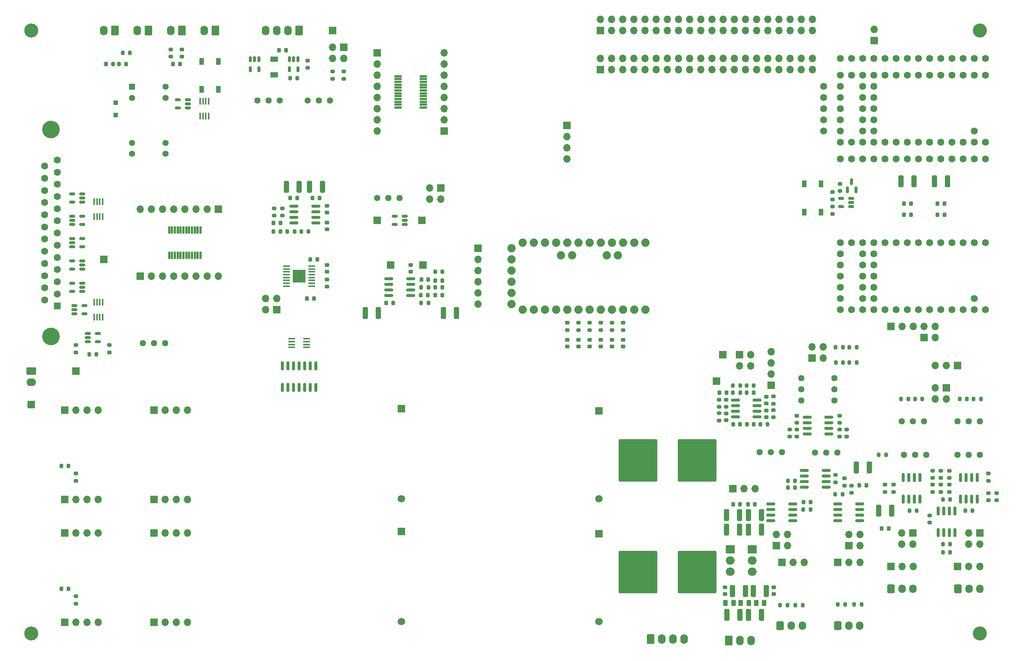
<source format=gbr>
%TF.GenerationSoftware,KiCad,Pcbnew,(6.0.5)*%
%TF.CreationDate,2022-07-10T20:23:42-07:00*%
%TF.ProjectId,main_board,6d61696e-5f62-46f6-9172-642e6b696361,rev?*%
%TF.SameCoordinates,PX5c0c740PYc1c9600*%
%TF.FileFunction,Soldermask,Top*%
%TF.FilePolarity,Negative*%
%FSLAX46Y46*%
G04 Gerber Fmt 4.6, Leading zero omitted, Abs format (unit mm)*
G04 Created by KiCad (PCBNEW (6.0.5)) date 2022-07-10 20:23:42*
%MOMM*%
%LPD*%
G01*
G04 APERTURE LIST*
G04 Aperture macros list*
%AMRoundRect*
0 Rectangle with rounded corners*
0 $1 Rounding radius*
0 $2 $3 $4 $5 $6 $7 $8 $9 X,Y pos of 4 corners*
0 Add a 4 corners polygon primitive as box body*
4,1,4,$2,$3,$4,$5,$6,$7,$8,$9,$2,$3,0*
0 Add four circle primitives for the rounded corners*
1,1,$1+$1,$2,$3*
1,1,$1+$1,$4,$5*
1,1,$1+$1,$6,$7*
1,1,$1+$1,$8,$9*
0 Add four rect primitives between the rounded corners*
20,1,$1+$1,$2,$3,$4,$5,0*
20,1,$1+$1,$4,$5,$6,$7,0*
20,1,$1+$1,$6,$7,$8,$9,0*
20,1,$1+$1,$8,$9,$2,$3,0*%
G04 Aperture macros list end*
%ADD10RoundRect,0.225000X0.250000X-0.225000X0.250000X0.225000X-0.250000X0.225000X-0.250000X-0.225000X0*%
%ADD11C,1.440000*%
%ADD12RoundRect,0.200000X0.200000X0.275000X-0.200000X0.275000X-0.200000X-0.275000X0.200000X-0.275000X0*%
%ADD13RoundRect,0.200000X0.275000X-0.200000X0.275000X0.200000X-0.275000X0.200000X-0.275000X-0.200000X0*%
%ADD14RoundRect,0.250000X-0.325000X-1.100000X0.325000X-1.100000X0.325000X1.100000X-0.325000X1.100000X0*%
%ADD15RoundRect,0.200000X-0.200000X-0.275000X0.200000X-0.275000X0.200000X0.275000X-0.200000X0.275000X0*%
%ADD16RoundRect,0.250000X0.325000X1.100000X-0.325000X1.100000X-0.325000X-1.100000X0.325000X-1.100000X0*%
%ADD17RoundRect,0.200000X-0.275000X0.200000X-0.275000X-0.200000X0.275000X-0.200000X0.275000X0.200000X0*%
%ADD18RoundRect,0.150000X0.512500X0.150000X-0.512500X0.150000X-0.512500X-0.150000X0.512500X-0.150000X0*%
%ADD19RoundRect,0.225000X-0.225000X-0.250000X0.225000X-0.250000X0.225000X0.250000X-0.225000X0.250000X0*%
%ADD20RoundRect,0.150000X-0.825000X-0.150000X0.825000X-0.150000X0.825000X0.150000X-0.825000X0.150000X0*%
%ADD21R,1.700000X1.700000*%
%ADD22O,1.700000X1.700000*%
%ADD23RoundRect,0.150000X0.150000X-0.825000X0.150000X0.825000X-0.150000X0.825000X-0.150000X-0.825000X0*%
%ADD24R,1.400000X1.400000*%
%ADD25C,1.400000*%
%ADD26RoundRect,0.150000X0.825000X0.150000X-0.825000X0.150000X-0.825000X-0.150000X0.825000X-0.150000X0*%
%ADD27R,1.600000X0.300000*%
%ADD28RoundRect,0.100000X0.675000X0.100000X-0.675000X0.100000X-0.675000X-0.100000X0.675000X-0.100000X0*%
%ADD29R,3.000000X3.000000*%
%ADD30RoundRect,0.150000X-0.150000X0.512500X-0.150000X-0.512500X0.150000X-0.512500X0.150000X0.512500X0*%
%ADD31RoundRect,0.218750X-0.218750X-0.256250X0.218750X-0.256250X0.218750X0.256250X-0.218750X0.256250X0*%
%ADD32RoundRect,0.250000X-0.620000X-0.845000X0.620000X-0.845000X0.620000X0.845000X-0.620000X0.845000X0*%
%ADD33O,1.740000X2.190000*%
%ADD34RoundRect,0.150000X-0.150000X0.825000X-0.150000X-0.825000X0.150000X-0.825000X0.150000X0.825000X0*%
%ADD35RoundRect,0.225000X0.225000X0.250000X-0.225000X0.250000X-0.225000X-0.250000X0.225000X-0.250000X0*%
%ADD36RoundRect,0.150000X-0.512500X-0.150000X0.512500X-0.150000X0.512500X0.150000X-0.512500X0.150000X0*%
%ADD37R,1.100000X1.100000*%
%ADD38RoundRect,0.020500X-0.764500X-0.184500X0.764500X-0.184500X0.764500X0.184500X-0.764500X0.184500X0*%
%ADD39RoundRect,0.225000X-0.250000X0.225000X-0.250000X-0.225000X0.250000X-0.225000X0.250000X0.225000X0*%
%ADD40C,1.700000*%
%ADD41RoundRect,0.218750X0.256250X-0.218750X0.256250X0.218750X-0.256250X0.218750X-0.256250X-0.218750X0*%
%ADD42C,1.600000*%
%ADD43R,1.600000X1.600000*%
%ADD44C,4.000000*%
%ADD45C,1.879600*%
%ADD46RoundRect,0.250000X0.620000X0.845000X-0.620000X0.845000X-0.620000X-0.845000X0.620000X-0.845000X0*%
%ADD47RoundRect,0.249999X4.150001X4.550001X-4.150001X4.550001X-4.150001X-4.550001X4.150001X-4.550001X0*%
%ADD48C,3.200000*%
%ADD49R,2.000000X1.905000*%
%ADD50O,2.000000X1.905000*%
%ADD51RoundRect,0.150000X0.150000X-0.587500X0.150000X0.587500X-0.150000X0.587500X-0.150000X-0.587500X0*%
%ADD52R,0.300000X1.600000*%
%ADD53RoundRect,0.250000X-0.262500X-0.450000X0.262500X-0.450000X0.262500X0.450000X-0.262500X0.450000X0*%
%ADD54R,1.700000X1.300000*%
%ADD55RoundRect,0.250000X-0.600000X-0.725000X0.600000X-0.725000X0.600000X0.725000X-0.600000X0.725000X0*%
%ADD56O,1.700000X1.950000*%
%ADD57RoundRect,0.250000X0.262500X0.450000X-0.262500X0.450000X-0.262500X-0.450000X0.262500X-0.450000X0*%
%ADD58RoundRect,0.250000X-0.845000X0.620000X-0.845000X-0.620000X0.845000X-0.620000X0.845000X0.620000X0*%
%ADD59O,2.190000X1.740000*%
%ADD60RoundRect,0.020500X-0.184500X0.764500X-0.184500X-0.764500X0.184500X-0.764500X0.184500X0.764500X0*%
%ADD61R,1.000000X1.600000*%
G04 APERTURE END LIST*
D10*
%TO.C,C34*%
X158105000Y48490000D03*
X158105000Y50040000D03*
%TD*%
D11*
%TO.C,InputB_Gain1*%
X182778400Y52980000D03*
X182778400Y55520000D03*
X182778400Y58060000D03*
%TD*%
D12*
%TO.C,R53*%
X8445000Y10160000D03*
X6795000Y10160000D03*
%TD*%
D13*
%TO.C,R57*%
X156505000Y48440000D03*
X156505000Y50090000D03*
%TD*%
D12*
%TO.C,R5*%
X173799000Y34692000D03*
X172149000Y34692000D03*
%TD*%
D14*
%TO.C,C20*%
X187755000Y37740000D03*
X190705000Y37740000D03*
%TD*%
D15*
%TO.C,R34*%
X212535000Y27940000D03*
X214185000Y27940000D03*
%TD*%
D13*
%TO.C,R63*%
X134640000Y69025000D03*
X134640000Y70675000D03*
%TD*%
D11*
%TO.C,GalvoB_Gain1*%
X198618000Y40640000D03*
X201158000Y40640000D03*
X203698000Y40640000D03*
%TD*%
D16*
%TO.C,C26*%
X78945000Y72898000D03*
X75995000Y72898000D03*
%TD*%
D12*
%TO.C,R78*%
X172055000Y6400000D03*
X170405000Y6400000D03*
%TD*%
D13*
%TO.C,R59*%
X156505000Y51540000D03*
X156505000Y53190000D03*
%TD*%
D17*
%TO.C,R14*%
X174180000Y49525000D03*
X174180000Y47875000D03*
%TD*%
D18*
%TO.C,U26*%
X35630700Y119496800D03*
X35630700Y120446800D03*
X35630700Y121396800D03*
X33355700Y121396800D03*
X33355700Y119496800D03*
%TD*%
D19*
%TO.C,C39*%
X159730000Y47565000D03*
X161280000Y47565000D03*
%TD*%
D20*
%TO.C,U7*%
X176570006Y49170000D03*
X176570006Y47900000D03*
X176570006Y46630000D03*
X176570006Y45360000D03*
X181520006Y45360000D03*
X181520006Y46630000D03*
X181520006Y47900000D03*
X181520006Y49170000D03*
%TD*%
D16*
%TO.C,C28*%
X161255000Y4200000D03*
X158305000Y4200000D03*
%TD*%
D15*
%TO.C,R51*%
X186155000Y61616000D03*
X187805000Y61616000D03*
%TD*%
D17*
%TO.C,R28*%
X194310000Y33845000D03*
X194310000Y32195000D03*
%TD*%
D21*
%TO.C,TP11*%
X157380000Y63400000D03*
%TD*%
%TO.C,J3*%
X129540000Y128265000D03*
D22*
X129540000Y130805000D03*
X132080000Y128265000D03*
X132080000Y130805000D03*
X134620000Y128265000D03*
X134620000Y130805000D03*
X137160000Y128265000D03*
X137160000Y130805000D03*
X139700000Y128265000D03*
X139700000Y130805000D03*
X142240000Y128265000D03*
X142240000Y130805000D03*
X144780000Y128265000D03*
X144780000Y130805000D03*
X147320000Y128265000D03*
X147320000Y130805000D03*
X149860000Y128265000D03*
X149860000Y130805000D03*
X152400000Y128265000D03*
X152400000Y130805000D03*
X154940000Y128265000D03*
X154940000Y130805000D03*
X157480000Y128265000D03*
X157480000Y130805000D03*
X160020000Y128265000D03*
X160020000Y130805000D03*
X162560000Y128265000D03*
X162560000Y130805000D03*
X165100000Y128265000D03*
X165100000Y130805000D03*
X167640000Y128265000D03*
X167640000Y130805000D03*
X170180000Y128265000D03*
X170180000Y130805000D03*
X172720000Y128265000D03*
X172720000Y130805000D03*
X175260000Y128265000D03*
X175260000Y130805000D03*
X177800000Y128265000D03*
X177800000Y130805000D03*
%TD*%
D21*
%TO.C,TP2*%
X78740000Y93980000D03*
%TD*%
D15*
%TO.C,R71*%
X61405000Y91440000D03*
X63055000Y91440000D03*
%TD*%
D21*
%TO.C,J20*%
X210820000Y60960000D03*
D22*
X208280000Y60960000D03*
X205740000Y60960000D03*
%TD*%
D23*
%TO.C,U15*%
X57150000Y55945000D03*
X58420000Y55945000D03*
X59690000Y55945000D03*
X60960000Y55945000D03*
X62230000Y55945000D03*
X63500000Y55945000D03*
X64770000Y55945000D03*
X64770000Y60895000D03*
X63500000Y60895000D03*
X62230000Y60895000D03*
X60960000Y60895000D03*
X59690000Y60895000D03*
X58420000Y60895000D03*
X57150000Y60895000D03*
%TD*%
D15*
%TO.C,R35*%
X207455000Y30480000D03*
X209105000Y30480000D03*
%TD*%
D21*
%TO.C,J21*%
X208280000Y55880000D03*
D22*
X208280000Y53340000D03*
X205740000Y55880000D03*
X205740000Y53340000D03*
%TD*%
D14*
%TO.C,C27*%
X93775000Y72898000D03*
X96725000Y72898000D03*
%TD*%
D21*
%TO.C,TP12*%
X155956000Y57404000D03*
%TD*%
D24*
%TO.C,K1*%
X22870000Y124400000D03*
D25*
X22870000Y121860000D03*
X22870000Y111600000D03*
X22870000Y109160000D03*
X30490000Y109160000D03*
X30490000Y111600000D03*
X30490000Y121860000D03*
X30490000Y124400000D03*
%TD*%
D11*
%TO.C,GalvoA_Offset1*%
X210820000Y48260000D03*
X213360000Y48260000D03*
X215900000Y48260000D03*
%TD*%
D15*
%TO.C,R16*%
X211265000Y53340000D03*
X212915000Y53340000D03*
%TD*%
D26*
%TO.C,U14*%
X86295000Y76833430D03*
X86295000Y78103430D03*
X86295000Y79373430D03*
X86295000Y80643430D03*
X81345000Y80643430D03*
X81345000Y79373430D03*
X81345000Y78103430D03*
X81345000Y76833430D03*
%TD*%
D19*
%TO.C,C12*%
X198615000Y95250000D03*
X200165000Y95250000D03*
%TD*%
D21*
%TO.C,J23*%
X200660000Y22860000D03*
D22*
X200660000Y20320000D03*
X198120000Y22860000D03*
X198120000Y20320000D03*
%TD*%
D21*
%TO.C,J42*%
X24765000Y81280000D03*
D22*
X27305000Y81280000D03*
X29845000Y81280000D03*
X32385000Y81280000D03*
X34925000Y81280000D03*
X37465000Y81280000D03*
X40005000Y81280000D03*
X42545000Y81280000D03*
%TD*%
D15*
%TO.C,R39*%
X91885000Y82296000D03*
X93535000Y82296000D03*
%TD*%
D27*
%TO.C,U18*%
X62660000Y65065000D03*
X62660000Y65715000D03*
X62660000Y66365000D03*
X62660000Y67015000D03*
X59260000Y67015000D03*
X59260000Y66365000D03*
X59260000Y65715000D03*
X59260000Y65065000D03*
%TD*%
D21*
%TO.C,J22*%
X159655000Y32900000D03*
D22*
X162195000Y32900000D03*
X164735000Y32900000D03*
%TD*%
D21*
%TO.C,J24*%
X215900000Y22860000D03*
D22*
X215900000Y20320000D03*
X213360000Y22860000D03*
X213360000Y20320000D03*
%TD*%
D15*
%TO.C,R79*%
X19940000Y129500000D03*
X21590000Y129500000D03*
%TD*%
D28*
%TO.C,U27*%
X63835000Y79005000D03*
X63835000Y79655000D03*
X63835000Y80305000D03*
X63835000Y80955000D03*
X63835000Y81605000D03*
X63835000Y82255000D03*
X63835000Y82905000D03*
X63835000Y83555000D03*
X58085000Y83555000D03*
X58085000Y82905000D03*
X58085000Y82255000D03*
X58085000Y81605000D03*
X58085000Y80955000D03*
X58085000Y80305000D03*
X58085000Y79655000D03*
X58085000Y79005000D03*
D29*
X60960000Y81280000D03*
%TD*%
D17*
%TO.C,R55*%
X168905000Y53890000D03*
X168905000Y52240000D03*
%TD*%
D16*
%TO.C,C18*%
X167255000Y9600000D03*
X164305000Y9600000D03*
%TD*%
D11*
%TO.C,Cam_Input1*%
X51425000Y121245000D03*
X53965000Y121245000D03*
X56505000Y121245000D03*
%TD*%
D30*
%TO.C,U9*%
X60640000Y130637500D03*
X59690000Y130637500D03*
X58740000Y130637500D03*
X58740000Y128362500D03*
X60640000Y128362500D03*
%TD*%
D31*
%TO.C,D10*%
X32232500Y129500000D03*
X33807500Y129500000D03*
%TD*%
D13*
%TO.C,R44*%
X132100000Y69025000D03*
X132100000Y70675000D03*
%TD*%
D32*
%TO.C,J31*%
X140970000Y-1290000D03*
D33*
X143510000Y-1290000D03*
X146050000Y-1290000D03*
X148590000Y-1290000D03*
%TD*%
D34*
%TO.C,U5*%
X210185000Y27875000D03*
X208915000Y27875000D03*
X207645000Y27875000D03*
X206375000Y27875000D03*
X206375000Y22925000D03*
X207645000Y22925000D03*
X208915000Y22925000D03*
X210185000Y22925000D03*
%TD*%
D11*
%TO.C,Cam_Output1*%
X62855000Y121245000D03*
X65395000Y121245000D03*
X67935000Y121245000D03*
%TD*%
%TO.C,InputA_Gain1*%
X175260000Y52980000D03*
X175260000Y55520000D03*
X175260000Y58060000D03*
%TD*%
D21*
%TO.C,J27*%
X129540000Y137160000D03*
D22*
X129540000Y139700000D03*
X132080000Y137160000D03*
X132080000Y139700000D03*
X134620000Y137160000D03*
X134620000Y139700000D03*
X137160000Y137160000D03*
X137160000Y139700000D03*
X139700000Y137160000D03*
X139700000Y139700000D03*
X142240000Y137160000D03*
X142240000Y139700000D03*
X144780000Y137160000D03*
X144780000Y139700000D03*
X147320000Y137160000D03*
X147320000Y139700000D03*
X149860000Y137160000D03*
X149860000Y139700000D03*
X152400000Y137160000D03*
X152400000Y139700000D03*
X154940000Y137160000D03*
X154940000Y139700000D03*
X157480000Y137160000D03*
X157480000Y139700000D03*
X160020000Y137160000D03*
X160020000Y139700000D03*
X162560000Y137160000D03*
X162560000Y139700000D03*
X165100000Y137160000D03*
X165100000Y139700000D03*
X167640000Y137160000D03*
X167640000Y139700000D03*
X170180000Y137160000D03*
X170180000Y139700000D03*
X172720000Y137160000D03*
X172720000Y139700000D03*
X175260000Y137160000D03*
X175260000Y139700000D03*
X177800000Y137160000D03*
X177800000Y139700000D03*
%TD*%
D21*
%TO.C,TP5*%
X89154000Y83820000D03*
%TD*%
%TO.C,J14*%
X170845000Y16150000D03*
D22*
X173385000Y16150000D03*
X175925000Y16150000D03*
%TD*%
D17*
%TO.C,R61*%
X158105000Y53190000D03*
X158105000Y51540000D03*
%TD*%
D35*
%TO.C,C2*%
X161255000Y29400000D03*
X159705000Y29400000D03*
%TD*%
D21*
%TO.C,J43*%
X27940000Y50800000D03*
D22*
X30480000Y50800000D03*
X33020000Y50800000D03*
X35560000Y50800000D03*
%TD*%
D35*
%TO.C,C38*%
X65050000Y85090000D03*
X63500000Y85090000D03*
%TD*%
D11*
%TO.C,GalvoB_Offset1*%
X198120000Y48260000D03*
X200660000Y48260000D03*
X203200000Y48260000D03*
%TD*%
D36*
%TO.C,U32*%
X9276500Y89850000D03*
X9276500Y88900000D03*
X9276500Y87950000D03*
X11551500Y87950000D03*
X11551500Y89850000D03*
%TD*%
D19*
%TO.C,C6*%
X88760991Y80518000D03*
X90310991Y80518000D03*
%TD*%
D13*
%TO.C,R11*%
X185580000Y44775000D03*
X185580000Y46425000D03*
%TD*%
D17*
%TO.C,R82*%
X57150000Y96710000D03*
X57150000Y95060000D03*
%TD*%
D15*
%TO.C,R50*%
X183071000Y61616000D03*
X184721000Y61616000D03*
%TD*%
D37*
%TO.C,D6*%
X19151600Y120729200D03*
X19151600Y117929200D03*
%TD*%
D21*
%TO.C,J13*%
X161130000Y63440000D03*
D22*
X163670000Y63440000D03*
X161130000Y60900000D03*
X163670000Y60900000D03*
%TD*%
D32*
%TO.C,J8*%
X158750000Y-1600000D03*
D33*
X161290000Y-1600000D03*
X163830000Y-1600000D03*
%TD*%
D17*
%TO.C,R32*%
X204470000Y26860000D03*
X204470000Y25210000D03*
%TD*%
D20*
%TO.C,U2*%
X168315006Y29485000D03*
X168315006Y28215000D03*
X168315006Y26945000D03*
X168315006Y25675000D03*
X173265006Y25675000D03*
X173265006Y26945000D03*
X173265006Y28215000D03*
X173265006Y29485000D03*
%TD*%
D38*
%TO.C,U24*%
X83490000Y126765000D03*
X83490000Y126115000D03*
X83490000Y125465000D03*
X83490000Y124815000D03*
X83490000Y124165000D03*
X83490000Y123515000D03*
X83490000Y122865000D03*
X83490000Y122215000D03*
X83490000Y121565000D03*
X83490000Y120915000D03*
X83490000Y120265000D03*
X83490000Y119615000D03*
X89230000Y119615000D03*
X89230000Y120265000D03*
X89230000Y120915000D03*
X89230000Y121565000D03*
X89230000Y122215000D03*
X89230000Y122865000D03*
X89230000Y123515000D03*
X89230000Y124165000D03*
X89230000Y124815000D03*
X89230000Y125465000D03*
X89230000Y126115000D03*
X89230000Y126765000D03*
%TD*%
D12*
%TO.C,R62*%
X164430000Y54765000D03*
X162780000Y54765000D03*
%TD*%
D19*
%TO.C,C10*%
X206235000Y97790000D03*
X207785000Y97790000D03*
%TD*%
D39*
%TO.C,C30*%
X167305000Y53840000D03*
X167305000Y52290000D03*
%TD*%
D14*
%TO.C,C14*%
X197915000Y102870000D03*
X200865000Y102870000D03*
%TD*%
D40*
%TO.C,DC1*%
X129180000Y30640000D03*
D21*
X129180000Y50640000D03*
X84180000Y51140000D03*
D40*
X84180000Y30640000D03*
%TD*%
D20*
%TO.C,U30*%
X160230000Y53070000D03*
X160230000Y51800000D03*
X160230000Y50530000D03*
X160230000Y49260000D03*
X165180000Y49260000D03*
X165180000Y50530000D03*
X165180000Y51800000D03*
X165180000Y53070000D03*
%TD*%
D35*
%TO.C,C42*%
X158180000Y54765000D03*
X156630000Y54765000D03*
%TD*%
D20*
%TO.C,U3*%
X183555006Y29485000D03*
X183555006Y28215000D03*
X183555006Y26945000D03*
X183555006Y25675000D03*
X188505006Y25675000D03*
X188505006Y26945000D03*
X188505006Y28215000D03*
X188505006Y29485000D03*
%TD*%
D13*
%TO.C,R92*%
X182372000Y98743000D03*
X182372000Y100393000D03*
%TD*%
D41*
%TO.C,D3*%
X121940000Y65252500D03*
X121940000Y66827500D03*
%TD*%
D19*
%TO.C,C5*%
X91935000Y80264000D03*
X93485000Y80264000D03*
%TD*%
D21*
%TO.C,J26*%
X195595000Y15240000D03*
D22*
X198135000Y15240000D03*
X200675000Y15240000D03*
%TD*%
D12*
%TO.C,R18*%
X202755000Y53340000D03*
X201105000Y53340000D03*
%TD*%
D13*
%TO.C,R52*%
X10160000Y6795000D03*
X10160000Y8445000D03*
%TD*%
D10*
%TO.C,C40*%
X67310000Y95745000D03*
X67310000Y97295000D03*
%TD*%
D35*
%TO.C,C35*%
X164380000Y47565000D03*
X162830000Y47565000D03*
%TD*%
D36*
%TO.C,U28*%
X12832500Y68260000D03*
X12832500Y67310000D03*
X12832500Y66360000D03*
X15107500Y66360000D03*
X15107500Y68260000D03*
%TD*%
D12*
%TO.C,R43*%
X90233000Y76962000D03*
X88583000Y76962000D03*
%TD*%
D18*
%TO.C,U34*%
X11551500Y77790000D03*
X11551500Y78740000D03*
X11551500Y79690000D03*
X9276500Y79690000D03*
X9276500Y77790000D03*
%TD*%
D21*
%TO.C,J33*%
X55885000Y73660000D03*
D22*
X53345000Y73660000D03*
X55885000Y76200000D03*
X53345000Y76200000D03*
%TD*%
D17*
%TO.C,R22*%
X207010000Y37020000D03*
X207010000Y35370000D03*
%TD*%
D10*
%TO.C,C33*%
X67310000Y82250000D03*
X67310000Y83800000D03*
%TD*%
D12*
%TO.C,R49*%
X184705000Y65100000D03*
X183055000Y65100000D03*
%TD*%
D42*
%TO.C,J30*%
X3015531Y106314400D03*
X3015531Y103544400D03*
X3015531Y100774400D03*
X3015531Y98004400D03*
X3015531Y95234400D03*
X3015531Y92464400D03*
X3015531Y89694400D03*
X3015531Y86924400D03*
X3015531Y84154400D03*
X3015531Y81384400D03*
X3015531Y78614400D03*
X3015531Y75844400D03*
X5855531Y107699400D03*
X5855531Y104929400D03*
X5855531Y102159400D03*
X5855531Y99389400D03*
X5855531Y96619400D03*
X5855531Y93849400D03*
X5855531Y91079400D03*
X5855531Y88309400D03*
X5855531Y85539400D03*
X5855531Y82769400D03*
X5855531Y79999400D03*
X5855531Y77229400D03*
D43*
X5855531Y74459400D03*
D44*
X4435531Y114629400D03*
X4435531Y67529400D03*
%TD*%
D45*
%TO.C,U16*%
X109240000Y87630000D03*
X109240000Y85090000D03*
X109240000Y82550000D03*
X109240000Y80010000D03*
X109240000Y77470000D03*
X109240000Y74930000D03*
X123083000Y85979000D03*
X120543000Y85979000D03*
X133497000Y85979000D03*
X130957000Y85979000D03*
X111780000Y88900000D03*
X114320000Y88900000D03*
X116860000Y88900000D03*
X119400000Y88900000D03*
X121940000Y88900000D03*
X124480000Y88900000D03*
X127020000Y88900000D03*
X129560000Y88900000D03*
X132100000Y88900000D03*
X134640000Y88900000D03*
X137180000Y88900000D03*
X139720000Y88900000D03*
X139720000Y73660000D03*
X137180000Y73660000D03*
X134640000Y73660000D03*
X132100000Y73660000D03*
X129560000Y73660000D03*
X127020000Y73660000D03*
X124480000Y73660000D03*
X121940000Y73660000D03*
X119400000Y73660000D03*
X116860000Y73660000D03*
X114320000Y73660000D03*
X111780000Y73660000D03*
%TD*%
D15*
%TO.C,R37*%
X207455000Y20320000D03*
X209105000Y20320000D03*
%TD*%
D21*
%TO.C,J44*%
X27940000Y22860000D03*
D22*
X30480000Y22860000D03*
X33020000Y22860000D03*
X35560000Y22860000D03*
%TD*%
D46*
%TO.C,J36*%
X26670000Y137120000D03*
D33*
X24130000Y137120000D03*
%TD*%
D39*
%TO.C,C41*%
X167305000Y50740000D03*
X167305000Y49190000D03*
%TD*%
D18*
%TO.C,U33*%
X11551500Y98110000D03*
X11551500Y99060000D03*
X11551500Y100010000D03*
X9276500Y100010000D03*
X9276500Y98110000D03*
%TD*%
D47*
%TO.C,C22*%
X151530000Y39370000D03*
X138030000Y39370000D03*
%TD*%
D21*
%TO.C,J5*%
X203200000Y67310000D03*
D22*
X203200000Y69850000D03*
X205740000Y67310000D03*
X205740000Y69850000D03*
%TD*%
D17*
%TO.C,R68*%
X17780000Y65595000D03*
X17780000Y63945000D03*
%TD*%
%TO.C,R30*%
X205105000Y33845000D03*
X205105000Y32195000D03*
%TD*%
D35*
%TO.C,C37*%
X64275000Y76200000D03*
X62725000Y76200000D03*
%TD*%
D19*
%TO.C,C13*%
X206235000Y95250000D03*
X207785000Y95250000D03*
%TD*%
D10*
%TO.C,C32*%
X67310000Y78935000D03*
X67310000Y80485000D03*
%TD*%
D21*
%TO.C,J18*%
X177705000Y62625000D03*
D22*
X177705000Y65165000D03*
X180245000Y62625000D03*
X180245000Y65165000D03*
%TD*%
D17*
%TO.C,R13*%
X183980000Y49525000D03*
X183980000Y47875000D03*
%TD*%
D48*
%TO.C,H4*%
X0Y137160000D03*
%TD*%
D13*
%TO.C,R74*%
X10160000Y34735000D03*
X10160000Y36385000D03*
%TD*%
D21*
%TO.C,J47*%
X7620000Y30480000D03*
D22*
X10160000Y30480000D03*
X12700000Y30480000D03*
X15240000Y30480000D03*
%TD*%
D19*
%TO.C,C31*%
X56375000Y132675000D03*
X57925000Y132675000D03*
%TD*%
D12*
%TO.C,R60*%
X167530000Y47565000D03*
X165880000Y47565000D03*
%TD*%
D40*
%TO.C,DC2*%
X129180000Y2700000D03*
D21*
X129180000Y22700000D03*
X84180000Y23200000D03*
D40*
X84180000Y2700000D03*
%TD*%
D30*
%TO.C,U8*%
X51750000Y130637500D03*
X50800000Y130637500D03*
X49850000Y130637500D03*
X49850000Y128362500D03*
X51750000Y128362500D03*
%TD*%
D26*
%TO.C,U29*%
X64705000Y93345000D03*
X64705000Y94615000D03*
X64705000Y95885000D03*
X64705000Y97155000D03*
X59755000Y97155000D03*
X59755000Y95885000D03*
X59755000Y94615000D03*
X59755000Y93345000D03*
%TD*%
D15*
%TO.C,R75*%
X159680000Y54765000D03*
X161330000Y54765000D03*
%TD*%
D19*
%TO.C,C23*%
X80759000Y75184000D03*
X82309000Y75184000D03*
%TD*%
D47*
%TO.C,C25*%
X151530000Y13970000D03*
X138030000Y13970000D03*
%TD*%
D21*
%TO.C,J25*%
X210820000Y15240000D03*
D22*
X213360000Y15240000D03*
X215900000Y15240000D03*
%TD*%
D49*
%TO.C,U25*%
X159035000Y19140000D03*
D50*
X159035000Y16600000D03*
X159035000Y14060000D03*
%TD*%
D41*
%TO.C,D4*%
X127020000Y65252500D03*
X127020000Y66827500D03*
%TD*%
D15*
%TO.C,R36*%
X199835000Y27940000D03*
X201485000Y27940000D03*
%TD*%
D21*
%TO.C,J6*%
X195595000Y69850000D03*
D22*
X198135000Y69850000D03*
X200675000Y69850000D03*
%TD*%
D13*
%TO.C,R8*%
X183007000Y34375000D03*
X183007000Y36025000D03*
%TD*%
%TO.C,R46*%
X127020000Y69025000D03*
X127020000Y70675000D03*
%TD*%
D17*
%TO.C,R88*%
X31750000Y132865000D03*
X31750000Y131215000D03*
%TD*%
D19*
%TO.C,C8*%
X188455000Y33679988D03*
X190005000Y33679988D03*
%TD*%
D51*
%TO.C,Q1*%
X185740000Y100916500D03*
X187640000Y100916500D03*
X186690000Y102791500D03*
%TD*%
D48*
%TO.C,H3*%
X215900000Y137160000D03*
%TD*%
D41*
%TO.C,D2*%
X129560000Y65252500D03*
X129560000Y66827500D03*
%TD*%
D21*
%TO.C,J15*%
X183530000Y16150000D03*
D22*
X186070000Y16150000D03*
X188610000Y16150000D03*
%TD*%
D21*
%TO.C,TP6*%
X0Y52070000D03*
%TD*%
D52*
%TO.C,U20*%
X14265000Y71960000D03*
X14915000Y71960000D03*
X15565000Y71960000D03*
X16215000Y71960000D03*
X16215000Y75360000D03*
X15565000Y75360000D03*
X14915000Y75360000D03*
X14265000Y75360000D03*
%TD*%
D17*
%TO.C,R31*%
X205105000Y37020000D03*
X205105000Y35370000D03*
%TD*%
D21*
%TO.C,J29*%
X27940000Y30480000D03*
D22*
X30480000Y30480000D03*
X33020000Y30480000D03*
X35560000Y30480000D03*
%TD*%
D35*
%TO.C,C1*%
X164655000Y29400000D03*
X163105000Y29400000D03*
%TD*%
D21*
%TO.C,J12*%
X168380000Y56500000D03*
D22*
X168380000Y59040000D03*
X168380000Y61580000D03*
X168380000Y64120000D03*
%TD*%
D17*
%TO.C,R10*%
X172580000Y46425000D03*
X172580000Y44775000D03*
%TD*%
D21*
%TO.C,J40*%
X93980000Y114300000D03*
D22*
X93980000Y116840000D03*
X93980000Y119380000D03*
X93980000Y121920000D03*
X93980000Y124460000D03*
X93980000Y127000000D03*
X93980000Y129540000D03*
X93980000Y132080000D03*
%TD*%
D21*
%TO.C,J45*%
X7620000Y50800000D03*
D22*
X10160000Y50800000D03*
X12700000Y50800000D03*
X15240000Y50800000D03*
%TD*%
D11*
%TO.C,InputB_offset1*%
X183398000Y41169000D03*
X180858000Y41169000D03*
X178318000Y41169000D03*
%TD*%
D21*
%TO.C,TP7*%
X10160000Y59690000D03*
%TD*%
D13*
%TO.C,R66*%
X10160000Y63945000D03*
X10160000Y65595000D03*
%TD*%
%TO.C,R12*%
X183980000Y44775000D03*
X183980000Y46425000D03*
%TD*%
D15*
%TO.C,R1*%
X172149000Y33168000D03*
X173799000Y33168000D03*
%TD*%
D41*
%TO.C,D7*%
X134640000Y65252500D03*
X134640000Y66827500D03*
%TD*%
D16*
%TO.C,C17*%
X161155000Y26900000D03*
X158205000Y26900000D03*
%TD*%
D21*
%TO.C,J16*%
X169520006Y19954996D03*
D22*
X169520006Y22494996D03*
X172060006Y19954996D03*
X172060006Y22494996D03*
%TD*%
D21*
%TO.C,J19*%
X191820800Y134823200D03*
D22*
X191820800Y137363200D03*
%TD*%
D16*
%TO.C,C29*%
X166155000Y4200000D03*
X163205000Y4200000D03*
%TD*%
D12*
%TO.C,R76*%
X161330000Y56365000D03*
X159680000Y56365000D03*
%TD*%
D21*
%TO.C,J28*%
X101620000Y87630000D03*
D22*
X101620000Y85090000D03*
X101620000Y82550000D03*
X101620000Y80010000D03*
X101620000Y77470000D03*
X101620000Y74930000D03*
%TD*%
D15*
%TO.C,R83*%
X20765000Y132040000D03*
X22415000Y132040000D03*
%TD*%
D49*
%TO.C,U19*%
X164035000Y19140000D03*
D50*
X164035000Y16600000D03*
X164035000Y14060000D03*
%TD*%
D53*
%TO.C,FB3*%
X157967500Y6900000D03*
X159792500Y6900000D03*
%TD*%
D17*
%TO.C,R25*%
X217805000Y31940000D03*
X217805000Y30290000D03*
%TD*%
D18*
%TO.C,U12*%
X84957500Y93030000D03*
X84957500Y93980000D03*
X84957500Y94930000D03*
X82682500Y94930000D03*
X82682500Y93030000D03*
%TD*%
%TO.C,U17*%
X11551500Y82870000D03*
X11551500Y83820000D03*
X11551500Y84770000D03*
X9276500Y84770000D03*
X9276500Y82870000D03*
%TD*%
D21*
%TO.C,J38*%
X27940000Y2540000D03*
D22*
X30480000Y2540000D03*
X33020000Y2540000D03*
X35560000Y2540000D03*
%TD*%
D12*
%TO.C,R40*%
X93535000Y78740000D03*
X91885000Y78740000D03*
%TD*%
D13*
%TO.C,R15*%
X68580000Y126175000D03*
X68580000Y127825000D03*
%TD*%
D17*
%TO.C,R29*%
X196215000Y33845000D03*
X196215000Y32195000D03*
%TD*%
D12*
%TO.C,R4*%
X184594000Y31644000D03*
X182944000Y31644000D03*
%TD*%
D15*
%TO.C,R65*%
X58865000Y126325000D03*
X60515000Y126325000D03*
%TD*%
D35*
%TO.C,C47*%
X60465000Y99060000D03*
X58915000Y99060000D03*
%TD*%
D17*
%TO.C,R21*%
X217805000Y36385000D03*
X217805000Y34735000D03*
%TD*%
D52*
%TO.C,U22*%
X38395000Y117680000D03*
X39045000Y117680000D03*
X39695000Y117680000D03*
X40345000Y117680000D03*
X40345000Y121080000D03*
X39695000Y121080000D03*
X39045000Y121080000D03*
X38395000Y121080000D03*
%TD*%
%TO.C,U21*%
X14265000Y94820000D03*
X14915000Y94820000D03*
X15565000Y94820000D03*
X16215000Y94820000D03*
X16215000Y98220000D03*
X15565000Y98220000D03*
X14915000Y98220000D03*
X14265000Y98220000D03*
%TD*%
D11*
%TO.C,LED_Temp1*%
X30480000Y66040000D03*
X27940000Y66040000D03*
X25400000Y66040000D03*
%TD*%
D16*
%TO.C,C16*%
X166155000Y26900000D03*
X163205000Y26900000D03*
%TD*%
D21*
%TO.C,J11*%
X121920000Y115570000D03*
D22*
X121920000Y113030000D03*
X121920000Y110490000D03*
X121920000Y107950000D03*
%TD*%
D21*
%TO.C,TP1*%
X68580000Y137120000D03*
%TD*%
D36*
%TO.C,U31*%
X9784500Y74610000D03*
X9784500Y73660000D03*
X9784500Y72710000D03*
X12059500Y72710000D03*
X12059500Y74610000D03*
%TD*%
D21*
%TO.C,TP3*%
X88900000Y93980000D03*
%TD*%
D19*
%TO.C,C36*%
X55105000Y93345000D03*
X56655000Y93345000D03*
%TD*%
D31*
%TO.C,D9*%
X16992500Y129500000D03*
X18567500Y129500000D03*
%TD*%
D54*
%TO.C,D8*%
X55245000Y130615000D03*
X55245000Y127115000D03*
%TD*%
D42*
%TO.C,U11*%
X217170000Y88900000D03*
X214630000Y88900000D03*
X212090000Y88900000D03*
X209550000Y88900000D03*
X207010000Y88900000D03*
X204470000Y88900000D03*
X201930000Y88900000D03*
X199390000Y88900000D03*
X196850000Y88900000D03*
X194310000Y88900000D03*
X191770000Y88900000D03*
X189230000Y88900000D03*
X186690000Y88900000D03*
X184150000Y88900000D03*
X184150000Y86360000D03*
X184150000Y83820000D03*
X184150000Y81280000D03*
X184150000Y78740000D03*
X184150000Y76200000D03*
X184150000Y73660000D03*
X186690000Y73660000D03*
X189230000Y73660000D03*
X191770000Y73660000D03*
X194310000Y73660000D03*
X196850000Y73660000D03*
X199390000Y73660000D03*
X201930000Y73660000D03*
X204470000Y73660000D03*
X207010000Y73660000D03*
X209550000Y73660000D03*
X212090000Y73660000D03*
X214630000Y73660000D03*
X217170000Y73660000D03*
X214630000Y76200000D03*
X189230000Y76200000D03*
X191770000Y76200000D03*
X189230000Y78740000D03*
X191770000Y78740000D03*
X189230000Y81280000D03*
X191770000Y81280000D03*
X189230000Y83820000D03*
X191770000Y83820000D03*
X189230000Y86360000D03*
X191770000Y86360000D03*
%TD*%
D35*
%TO.C,C7*%
X93485000Y76962000D03*
X91935000Y76962000D03*
%TD*%
D15*
%TO.C,R17*%
X214440000Y53340000D03*
X216090000Y53340000D03*
%TD*%
D46*
%TO.C,J34*%
X41910000Y137120000D03*
D33*
X39370000Y137120000D03*
%TD*%
D15*
%TO.C,R2*%
X175680006Y28215000D03*
X177330006Y28215000D03*
%TD*%
D13*
%TO.C,R9*%
X174180000Y44775000D03*
X174180000Y46425000D03*
%TD*%
D15*
%TO.C,R19*%
X197930000Y53340000D03*
X199580000Y53340000D03*
%TD*%
D17*
%TO.C,R64*%
X62865000Y130325000D03*
X62865000Y128675000D03*
%TD*%
D48*
%TO.C,H1*%
X0Y0D03*
%TD*%
D12*
%TO.C,R41*%
X90360991Y78740000D03*
X88710991Y78740000D03*
%TD*%
D21*
%TO.C,J48*%
X7620000Y2540000D03*
D22*
X10160000Y2540000D03*
X12700000Y2540000D03*
X15240000Y2540000D03*
%TD*%
D12*
%TO.C,R42*%
X90360991Y75184000D03*
X88710991Y75184000D03*
%TD*%
D13*
%TO.C,R7*%
X185039000Y33613000D03*
X185039000Y35263000D03*
%TD*%
D55*
%TO.C,J9*%
X210900000Y10160000D03*
D56*
X213400000Y10160000D03*
X215900000Y10160000D03*
%TD*%
D18*
%TO.C,U13*%
X186557500Y97094000D03*
X186557500Y98044000D03*
X186557500Y98994000D03*
X184282500Y98994000D03*
X184282500Y97094000D03*
%TD*%
D13*
%TO.C,R45*%
X129560000Y69025000D03*
X129560000Y70675000D03*
%TD*%
D19*
%TO.C,C11*%
X198615000Y97790000D03*
X200165000Y97790000D03*
%TD*%
D17*
%TO.C,R27*%
X208915000Y33845000D03*
X208915000Y32195000D03*
%TD*%
D21*
%TO.C,J7*%
X71120000Y133355000D03*
D22*
X71120000Y130815000D03*
X68580000Y133355000D03*
X68580000Y130815000D03*
%TD*%
D10*
%TO.C,C4*%
X157880000Y8925000D03*
X157880000Y10475000D03*
%TD*%
D12*
%TO.C,R84*%
X188905000Y6600000D03*
X187255000Y6600000D03*
%TD*%
D13*
%TO.C,R77*%
X55245000Y95060000D03*
X55245000Y96710000D03*
%TD*%
D21*
%TO.C,J17*%
X186030006Y19960000D03*
D22*
X186030006Y22500000D03*
X188570006Y19960000D03*
X188570006Y22500000D03*
%TD*%
D14*
%TO.C,C15*%
X205535000Y102870000D03*
X208485000Y102870000D03*
%TD*%
D11*
%TO.C,LED_Trigger1*%
X83820000Y99060000D03*
X81280000Y99060000D03*
X78740000Y99060000D03*
%TD*%
D17*
%TO.C,R24*%
X219710000Y31940000D03*
X219710000Y30290000D03*
%TD*%
D12*
%TO.C,R6*%
X177355000Y29866000D03*
X175705000Y29866000D03*
%TD*%
D15*
%TO.C,R69*%
X58230000Y91440000D03*
X59880000Y91440000D03*
%TD*%
D16*
%TO.C,C19*%
X162555000Y9600000D03*
X159605000Y9600000D03*
%TD*%
D12*
%TO.C,R70*%
X14795000Y63500000D03*
X13145000Y63500000D03*
%TD*%
D41*
%TO.C,D1*%
X132100000Y65252500D03*
X132100000Y66827500D03*
%TD*%
D15*
%TO.C,R67*%
X55055000Y91440000D03*
X56705000Y91440000D03*
%TD*%
D39*
%TO.C,C3*%
X168980000Y10475000D03*
X168980000Y8925000D03*
%TD*%
D13*
%TO.C,R93*%
X182372000Y95441000D03*
X182372000Y97091000D03*
%TD*%
D12*
%TO.C,R72*%
X8445000Y38100000D03*
X6795000Y38100000D03*
%TD*%
D57*
%TO.C,FB1*%
X166792500Y6900000D03*
X164967500Y6900000D03*
%TD*%
D13*
%TO.C,R54*%
X71120000Y126175000D03*
X71120000Y127825000D03*
%TD*%
D21*
%TO.C,J46*%
X7620000Y22860000D03*
D22*
X10160000Y22860000D03*
X12700000Y22860000D03*
X15240000Y22860000D03*
%TD*%
D13*
%TO.C,R56*%
X121940000Y69025000D03*
X121940000Y70675000D03*
%TD*%
D21*
%TO.C,J49*%
X93167200Y101295200D03*
D22*
X93167200Y98755200D03*
X90627200Y101295200D03*
X90627200Y98755200D03*
%TD*%
D12*
%TO.C,R20*%
X194500000Y40640000D03*
X192850000Y40640000D03*
%TD*%
D34*
%TO.C,U4*%
X202245011Y35495000D03*
X200975011Y35495000D03*
X199705011Y35495000D03*
X198435011Y35495000D03*
X198435011Y30545000D03*
X199705011Y30545000D03*
X200975011Y30545000D03*
X202245011Y30545000D03*
%TD*%
D11*
%TO.C,InputA_offset1*%
X170799600Y41245200D03*
X168259600Y41245200D03*
X165719600Y41245200D03*
%TD*%
D19*
%TO.C,C9*%
X193535000Y23840008D03*
X195085000Y23840008D03*
%TD*%
D13*
%TO.C,R86*%
X34290000Y131215000D03*
X34290000Y132865000D03*
%TD*%
D21*
%TO.C,TP4*%
X81788000Y83818430D03*
%TD*%
%TO.C,J39*%
X78740000Y132065000D03*
D22*
X78740000Y129525000D03*
X78740000Y126985000D03*
X78740000Y124445000D03*
X78740000Y121905000D03*
X78740000Y119365000D03*
X78740000Y116825000D03*
X78740000Y114285000D03*
%TD*%
D42*
%TO.C,U10*%
X217170000Y130810000D03*
X217170000Y127000000D03*
X214630000Y127000000D03*
X214630000Y130810000D03*
X212090000Y127000000D03*
X212090000Y130810000D03*
X209550000Y130810000D03*
X209550000Y127000000D03*
X207010000Y127000000D03*
X207010000Y130810000D03*
X204470000Y130810000D03*
X204470000Y127000000D03*
X201930000Y130810000D03*
X201930000Y127000000D03*
X199390000Y130810000D03*
X199390000Y127000000D03*
X196850000Y130810000D03*
X196850000Y127000000D03*
X194310000Y130810000D03*
X194310000Y127000000D03*
X191770000Y127000000D03*
X191770000Y130810000D03*
X189230000Y127000000D03*
X189230000Y130810000D03*
X186690000Y127000000D03*
X186690000Y130810000D03*
X184150000Y127000000D03*
X184150000Y130810000D03*
X180340000Y124460000D03*
X184150000Y124460000D03*
X180340000Y121920000D03*
X184150000Y121920000D03*
X184150000Y119380000D03*
X180340000Y119380000D03*
X180340000Y116840000D03*
X184150000Y116840000D03*
X180340000Y114300000D03*
X184150000Y114300000D03*
X184150000Y107950000D03*
X184150000Y111760000D03*
X186690000Y111760000D03*
X186690000Y107950000D03*
X189230000Y111760000D03*
X189230000Y107950000D03*
X191770000Y107950000D03*
X191770000Y111760000D03*
X194310000Y107950000D03*
X194310000Y111760000D03*
X196850000Y107950000D03*
X196850000Y111760000D03*
X199390000Y107950000D03*
X199390000Y111760000D03*
X201930000Y111760000D03*
X201930000Y107950000D03*
X204470000Y107950000D03*
X204470000Y111760000D03*
X207010000Y107950000D03*
X207010000Y111760000D03*
X209550000Y107950000D03*
X209550000Y111760000D03*
X212090000Y111760000D03*
X212090000Y107950000D03*
X214630000Y111760000D03*
X214630000Y107950000D03*
X217170000Y111760000D03*
X217170000Y107950000D03*
X214630000Y114300000D03*
X189230000Y114300000D03*
X191770000Y114300000D03*
X189230000Y116840000D03*
X191770000Y116840000D03*
X189230000Y119380000D03*
X191770000Y119380000D03*
X189230000Y121920000D03*
X191770000Y121920000D03*
X189230000Y124460000D03*
X191770000Y124460000D03*
%TD*%
D11*
%TO.C,GalvoA_Gain1*%
X210810000Y40640000D03*
X213350000Y40640000D03*
X215890000Y40640000D03*
%TD*%
D15*
%TO.C,R73*%
X162780000Y56365000D03*
X164430000Y56365000D03*
%TD*%
D20*
%TO.C,U6*%
X175935006Y37105000D03*
X175935006Y35835000D03*
X175935006Y34565000D03*
X175935006Y33295000D03*
X180885006Y33295000D03*
X180885006Y34565000D03*
X180885006Y35835000D03*
X180885006Y37105000D03*
%TD*%
D16*
%TO.C,C45*%
X166155000Y23600000D03*
X163205000Y23600000D03*
%TD*%
D13*
%TO.C,R3*%
X186690000Y31962000D03*
X186690000Y33612000D03*
%TD*%
%TO.C,R47*%
X124480000Y69025000D03*
X124480000Y70675000D03*
%TD*%
D39*
%TO.C,C44*%
X67310000Y93485000D03*
X67310000Y91935000D03*
%TD*%
D16*
%TO.C,C49*%
X60960000Y101600000D03*
X58010000Y101600000D03*
%TD*%
D14*
%TO.C,C21*%
X192835000Y27940000D03*
X195785000Y27940000D03*
%TD*%
D35*
%TO.C,C48*%
X65545000Y99060000D03*
X63995000Y99060000D03*
%TD*%
D12*
%TO.C,R48*%
X187805000Y65100000D03*
X186155000Y65100000D03*
%TD*%
D16*
%TO.C,C43*%
X161155000Y23600000D03*
X158205000Y23600000D03*
%TD*%
D17*
%TO.C,R58*%
X168905000Y50790000D03*
X168905000Y49140000D03*
%TD*%
%TO.C,R26*%
X207010000Y33845000D03*
X207010000Y32195000D03*
%TD*%
D21*
%TO.C,TP8*%
X16510000Y85090000D03*
%TD*%
D46*
%TO.C,J37*%
X34290000Y137120000D03*
D33*
X31750000Y137120000D03*
%TD*%
D21*
%TO.C,J41*%
X42545000Y96520000D03*
D22*
X40005000Y96520000D03*
X37465000Y96520000D03*
X34925000Y96520000D03*
X32385000Y96520000D03*
X29845000Y96520000D03*
X27305000Y96520000D03*
X24765000Y96520000D03*
%TD*%
D34*
%TO.C,U1*%
X215265000Y35495000D03*
X213995000Y35495000D03*
X212725000Y35495000D03*
X211455000Y35495000D03*
X211455000Y30545000D03*
X212725000Y30545000D03*
X213995000Y30545000D03*
X215265000Y30545000D03*
%TD*%
D58*
%TO.C,J32*%
X0Y59690000D03*
D59*
X0Y57150000D03*
%TD*%
D60*
%TO.C,U23*%
X38500000Y91770000D03*
X37850000Y91770000D03*
X37200000Y91770000D03*
X36550000Y91770000D03*
X35900000Y91770000D03*
X35250000Y91770000D03*
X34600000Y91770000D03*
X33950000Y91770000D03*
X33300000Y91770000D03*
X32650000Y91770000D03*
X32000000Y91770000D03*
X31350000Y91770000D03*
X31350000Y86030000D03*
X32000000Y86030000D03*
X32650000Y86030000D03*
X33300000Y86030000D03*
X33950000Y86030000D03*
X34600000Y86030000D03*
X35250000Y86030000D03*
X35900000Y86030000D03*
X36550000Y86030000D03*
X37200000Y86030000D03*
X37850000Y86030000D03*
X38500000Y86030000D03*
%TD*%
D13*
%TO.C,R38*%
X184023000Y100648000D03*
X184023000Y102298000D03*
%TD*%
D61*
%TO.C,S1*%
X179700000Y102260000D03*
X179700000Y95860000D03*
X175900000Y102260000D03*
X175900000Y95860000D03*
%TD*%
D17*
%TO.C,R23*%
X208915000Y37020000D03*
X208915000Y35370000D03*
%TD*%
D46*
%TO.C,J4*%
X60960000Y137120000D03*
D33*
X58420000Y137120000D03*
X55880000Y137120000D03*
X53340000Y137120000D03*
%TD*%
D12*
%TO.C,R33*%
X209105000Y18415000D03*
X207455000Y18415000D03*
%TD*%
D46*
%TO.C,J35*%
X19050000Y137120000D03*
D33*
X16510000Y137120000D03*
%TD*%
D48*
%TO.C,H2*%
X215900000Y0D03*
%TD*%
D57*
%TO.C,FB2*%
X163292500Y6900000D03*
X161467500Y6900000D03*
%TD*%
D41*
%TO.C,D5*%
X124480000Y65252500D03*
X124480000Y66827500D03*
%TD*%
D12*
%TO.C,R81*%
X185205000Y6600000D03*
X183555000Y6600000D03*
%TD*%
D16*
%TO.C,C50*%
X66245000Y101600000D03*
X63295000Y101600000D03*
%TD*%
D36*
%TO.C,U35*%
X9276500Y94930000D03*
X9276500Y93980000D03*
X9276500Y93030000D03*
X11551500Y93030000D03*
X11551500Y94930000D03*
%TD*%
D55*
%TO.C,J1*%
X183555000Y1725000D03*
D56*
X186055000Y1725000D03*
X188555000Y1725000D03*
%TD*%
D55*
%TO.C,J10*%
X195660000Y10177000D03*
D56*
X198160000Y10177000D03*
X200660000Y10177000D03*
%TD*%
D55*
%TO.C,J2*%
X170440000Y1725000D03*
D56*
X172940000Y1725000D03*
X175440000Y1725000D03*
%TD*%
D39*
%TO.C,C24*%
X86360000Y83831430D03*
X86360000Y82281430D03*
%TD*%
D12*
%TO.C,R80*%
X175555000Y6400000D03*
X173905000Y6400000D03*
%TD*%
D61*
%TO.C,S2*%
X42540000Y130160000D03*
X42540000Y123760000D03*
X38740000Y130160000D03*
X38740000Y123760000D03*
%TD*%
M02*

</source>
